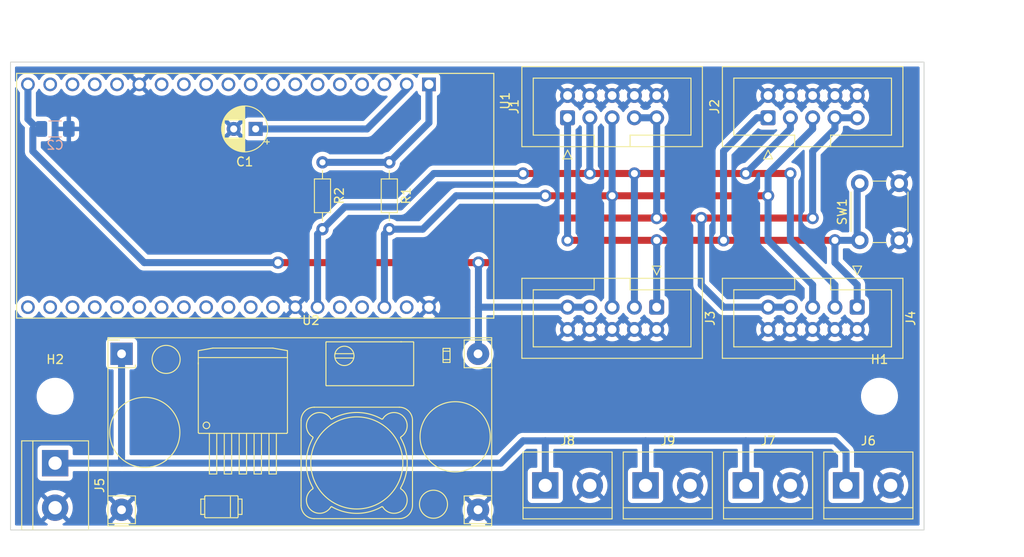
<source format=kicad_pcb>
(kicad_pcb (version 20211014) (generator pcbnew)
  (layers (0 "F.Cu" signal) (31 "B.Cu" signal) (34 "B.Paste" user) (35 "F.Paste" user) (36 "B.SilkS" user "B.Silkscreen") (37 "F.SilkS" user "F.Silkscreen") (38 "B.Mask" user) (39 "F.Mask" user) (44 "Edge.Cuts" user))
  (net 0 "")
  (net 1 "RESET")
  (net 2 "SDA")
  (net 3 "SCL")
  (net 4 "VOut")
  (net 5 "GND")
  (net 6 "Net-(J5-Pad1)")
  (net 7 "Net-(R1-Pad1)")
  (net 38 "Net-(C1-Pad1)")
  (footprint "TerminalBlock:TerminalBlock_bornier-2_P5.08mm" (layer "F.Cu") (at 158.75 88.9)
    (fp_text reference "J6" (at 2.54 -5.08) (layer "F.SilkS"))
    (fp_text value "24V Out")
    (pad "1" thru_hole rect locked (at 0 0) (size 3 3) (drill 1.52) (layers *.Cu *.Mask) (net 6 "Net-(J5-Pad1)"))
    (pad "2" thru_hole circle locked (at 5.08 0) (size 3 3) (drill 1.52) (layers *.Cu *.Mask) (net 5 "GND"))
  )
  (footprint "Connector_IDC:IDC-Header_2x05_P2.54mm_Vertical" (layer "F.Cu") (at 137.16 68.58 -90)
    (fp_text reference "J3" (at 1.27 -6.1 90) (layer "F.SilkS"))
    (fp_text value "I2C bus")
    (pad "1" thru_hole roundrect locked (at 0 0 270) (size 1.7 1.7) (drill 1) (layers *.Cu *.Mask) (roundrect_rratio 0.147059) (net 1 "RESET"))
    (pad "2" thru_hole circle locked (at 2.54 0 270) (size 1.7 1.7) (drill 1) (layers *.Cu *.Mask) (net 5 "GND"))
    (pad "3" thru_hole circle locked (at 0 2.54 270) (size 1.7 1.7) (drill 1) (layers *.Cu *.Mask) (net 2 "SDA"))
    (pad "4" thru_hole circle locked (at 2.54 2.54 270) (size 1.7 1.7) (drill 1) (layers *.Cu *.Mask) (net 5 "GND"))
    (pad "5" thru_hole circle locked (at 0 5.08 270) (size 1.7 1.7) (drill 1) (layers *.Cu *.Mask) (net 3 "SCL"))
    (pad "6" thru_hole circle locked (at 2.54 5.08 270) (size 1.7 1.7) (drill 1) (layers *.Cu *.Mask) (net 5 "GND"))
    (pad "7" thru_hole circle locked (at 0 7.62 270) (size 1.7 1.7) (drill 1) (layers *.Cu *.Mask) (net 4 "VOut"))
    (pad "8" thru_hole circle locked (at 2.54 7.62 270) (size 1.7 1.7) (drill 1) (layers *.Cu *.Mask) (net 5 "GND"))
    (pad "9" thru_hole circle locked (at 0 10.16 270) (size 1.7 1.7) (drill 1) (layers *.Cu *.Mask) (net 4 "VOut"))
    (pad "10" thru_hole circle locked (at 2.54 10.16 270) (size 1.7 1.7) (drill 1) (layers *.Cu *.Mask) (net 5 "GND"))
  )
  (footprint "Resistor_THT:R_Axial_DIN0204_L3.6mm_D1.6mm_P7.62mm_Horizontal" (layer "F.Cu") (at 99.06 52.07 -90)
    (fp_text reference "R2" (at 3.81 -1.92 90) (layer "F.SilkS"))
    (fp_text value "10k")
    (pad "1" thru_hole circle locked (at 0 0 270) (size 1.4 1.4) (drill 0.7) (layers *.Cu *.Mask) (net 7 "Net-(R1-Pad1)"))
    (pad "2" thru_hole oval locked (at 7.62 0 270) (size 1.4 1.4) (drill 0.7) (layers *.Cu *.Mask) (net 2 "SDA"))
  )
  (footprint "Connector_IDC:IDC-Header_2x05_P2.54mm_Vertical" (layer "F.Cu") (at 160.02 68.58 -90)
    (fp_text reference "J4" (at 1.27 -6.1 90) (layer "F.SilkS"))
    (fp_text value "I2C bus")
    (pad "1" thru_hole roundrect locked (at 0 0 270) (size 1.7 1.7) (drill 1) (layers *.Cu *.Mask) (roundrect_rratio 0.147059) (net 1 "RESET"))
    (pad "2" thru_hole circle locked (at 2.54 0 270) (size 1.7 1.7) (drill 1) (layers *.Cu *.Mask) (net 5 "GND"))
    (pad "3" thru_hole circle locked (at 0 2.54 270) (size 1.7 1.7) (drill 1) (layers *.Cu *.Mask) (net 2 "SDA"))
    (pad "4" thru_hole circle locked (at 2.54 2.54 270) (size 1.7 1.7) (drill 1) (layers *.Cu *.Mask) (net 5 "GND"))
    (pad "5" thru_hole circle locked (at 0 5.08 270) (size 1.7 1.7) (drill 1) (layers *.Cu *.Mask) (net 3 "SCL"))
    (pad "6" thru_hole circle locked (at 2.54 5.08 270) (size 1.7 1.7) (drill 1) (layers *.Cu *.Mask) (net 5 "GND"))
    (pad "7" thru_hole circle locked (at 0 7.62 270) (size 1.7 1.7) (drill 1) (layers *.Cu *.Mask) (net 4 "VOut"))
    (pad "8" thru_hole circle locked (at 2.54 7.62 270) (size 1.7 1.7) (drill 1) (layers *.Cu *.Mask) (net 5 "GND"))
    (pad "9" thru_hole circle locked (at 0 10.16 270) (size 1.7 1.7) (drill 1) (layers *.Cu *.Mask) (net 4 "VOut"))
    (pad "10" thru_hole circle locked (at 2.54 10.16 270) (size 1.7 1.7) (drill 1) (layers *.Cu *.Mask) (net 5 "GND"))
  )
  (footprint "Connector_IDC:IDC-Header_2x05_P2.54mm_Vertical" (layer "F.Cu") (at 127 46.99 90)
    (fp_text reference "J1" (at 1.27 -6.1 90) (layer "F.SilkS"))
    (fp_text value "I2C bus")
    (pad "1" thru_hole roundrect locked (at 0 0 90) (size 1.7 1.7) (drill 1) (layers *.Cu *.Mask) (roundrect_rratio 0.147059) (net 1 "RESET"))
    (pad "2" thru_hole circle locked (at 2.54 0 90) (size 1.7 1.7) (drill 1) (layers *.Cu *.Mask) (net 5 "GND"))
    (pad "3" thru_hole circle locked (at 0 2.54 90) (size 1.7 1.7) (drill 1) (layers *.Cu *.Mask) (net 2 "SDA"))
    (pad "4" thru_hole circle locked (at 2.54 2.54 90) (size 1.7 1.7) (drill 1) (layers *.Cu *.Mask) (net 5 "GND"))
    (pad "5" thru_hole circle locked (at 0 5.08 90) (size 1.7 1.7) (drill 1) (layers *.Cu *.Mask) (net 3 "SCL"))
    (pad "6" thru_hole circle locked (at 2.54 5.08 90) (size 1.7 1.7) (drill 1) (layers *.Cu *.Mask) (net 5 "GND"))
    (pad "7" thru_hole circle locked (at 0 7.62 90) (size 1.7 1.7) (drill 1) (layers *.Cu *.Mask) (net 4 "VOut"))
    (pad "8" thru_hole circle locked (at 2.54 7.62 90) (size 1.7 1.7) (drill 1) (layers *.Cu *.Mask) (net 5 "GND"))
    (pad "9" thru_hole circle locked (at 0 10.16 90) (size 1.7 1.7) (drill 1) (layers *.Cu *.Mask) (net 4 "VOut"))
    (pad "10" thru_hole circle locked (at 2.54 10.16 90) (size 1.7 1.7) (drill 1) (layers *.Cu *.Mask) (net 5 "GND"))
  )
  (footprint "Capacitor_THT:CP_Radial_D5.0mm_P2.50mm" (layer "F.Cu") (at 91.44 48.26 180)
    (fp_text reference "C1" (at 1.25 -3.75 180) (layer "F.SilkS"))
    (fp_text value "10uF")
    (pad "1" thru_hole rect locked (at 0 0 180) (size 1.6 1.6) (drill 0.8) (layers *.Cu *.Mask) (net 38 "Net-(C1-Pad1)"))
    (pad "2" thru_hole circle locked (at 2.5 0 180) (size 1.6 1.6) (drill 0.8) (layers *.Cu *.Mask) (net 5 "GND"))
  )
  (footprint "Connector_IDC:IDC-Header_2x05_P2.54mm_Vertical" (layer "F.Cu") (at 149.86 46.99 90)
    (fp_text reference "J2" (at 1.27 -6.1 90) (layer "F.SilkS"))
    (fp_text value "I2C bus")
    (pad "1" thru_hole roundrect locked (at 0 0 90) (size 1.7 1.7) (drill 1) (layers *.Cu *.Mask) (roundrect_rratio 0.147059) (net 1 "RESET"))
    (pad "2" thru_hole circle locked (at 2.54 0 90) (size 1.7 1.7) (drill 1) (layers *.Cu *.Mask) (net 5 "GND"))
    (pad "3" thru_hole circle locked (at 0 2.54 90) (size 1.7 1.7) (drill 1) (layers *.Cu *.Mask) (net 2 "SDA"))
    (pad "4" thru_hole circle locked (at 2.54 2.54 90) (size 1.7 1.7) (drill 1) (layers *.Cu *.Mask) (net 5 "GND"))
    (pad "5" thru_hole circle locked (at 0 5.08 90) (size 1.7 1.7) (drill 1) (layers *.Cu *.Mask) (net 3 "SCL"))
    (pad "6" thru_hole circle locked (at 2.54 5.08 90) (size 1.7 1.7) (drill 1) (layers *.Cu *.Mask) (net 5 "GND"))
    (pad "7" thru_hole circle locked (at 0 7.62 90) (size 1.7 1.7) (drill 1) (layers *.Cu *.Mask) (net 4 "VOut"))
    (pad "8" thru_hole circle locked (at 2.54 7.62 90) (size 1.7 1.7) (drill 1) (layers *.Cu *.Mask) (net 5 "GND"))
    (pad "9" thru_hole circle locked (at 0 10.16 90) (size 1.7 1.7) (drill 1) (layers *.Cu *.Mask) (net 4 "VOut"))
    (pad "10" thru_hole circle locked (at 2.54 10.16 90) (size 1.7 1.7) (drill 1) (layers *.Cu *.Mask) (net 5 "GND"))
  )
  (footprint "TerminalBlock:TerminalBlock_bornier-2_P5.08mm" (layer "F.Cu") (at 68.58 86.36 -90)
    (fp_text reference "J5" (at 2.54 -5.08 90) (layer "F.SilkS"))
    (fp_text value "24V In")
    (pad "1" thru_hole rect locked (at 0 0 270) (size 3 3) (drill 1.52) (layers *.Cu *.Mask) (net 6 "Net-(J5-Pad1)"))
    (pad "2" thru_hole circle locked (at 5.08 0 270) (size 3 3) (drill 1.52) (layers *.Cu *.Mask) (net 5 "GND"))
  )
  (footprint "TerminalBlock:TerminalBlock_bornier-2_P5.08mm" (layer "F.Cu") (at 135.89 88.9)
    (fp_text reference "J9" (at 2.54 -5.08) (layer "F.SilkS"))
    (fp_text value "24V Out")
    (pad "1" thru_hole rect locked (at 0 0) (size 3 3) (drill 1.52) (layers *.Cu *.Mask) (net 6 "Net-(J5-Pad1)"))
    (pad "2" thru_hole circle locked (at 5.08 0) (size 3 3) (drill 1.52) (layers *.Cu *.Mask) (net 5 "GND"))
  )
  (footprint "TerminalBlock:TerminalBlock_bornier-2_P5.08mm" (layer "F.Cu") (at 124.46 88.9)
    (fp_text reference "J8" (at 2.54 -5.08) (layer "F.SilkS"))
    (fp_text value "24V Out")
    (pad "1" thru_hole rect locked (at 0 0) (size 3 3) (drill 1.52) (layers *.Cu *.Mask) (net 6 "Net-(J5-Pad1)"))
    (pad "2" thru_hole circle locked (at 5.08 0) (size 3 3) (drill 1.52) (layers *.Cu *.Mask) (net 5 "GND"))
  )
  (footprint "ESP32-DEVKITC-32D:MODULE_ESP32-DEVKITC-32D" (layer "F.Cu") (at 91.44 55.88 -90)
    (fp_text reference "U1" (at -10.829175 -28.446045 90) (layer "F.SilkS") (effects (font (size 1.000386 1.000386))))
    (fp_text value "ESP32-DEVKITC-32D")
    (pad "1" thru_hole rect (at -12.7 -19.76 270) (size 1.56 1.56) (drill 1.04) (layers *.Cu *.Mask) (net 7 "Net-(R1-Pad1)"))
    (pad "2" thru_hole circle (at -12.7 -17.22 270) (size 1.56 1.56) (drill 1.04) (layers *.Cu *.Mask) (net 38 "Net-(C1-Pad1)"))
    (pad "3" thru_hole circle (at -12.7 -14.68 270) (size 1.56 1.56) (drill 1.04) (layers *.Cu *.Mask))
    (pad "4" thru_hole circle (at -12.7 -12.14 270) (size 1.56 1.56) (drill 1.04) (layers *.Cu *.Mask))
    (pad "5" thru_hole circle (at -12.7 -9.6 270) (size 1.56 1.56) (drill 1.04) (layers *.Cu *.Mask))
    (pad "6" thru_hole circle (at -12.7 -7.06 270) (size 1.56 1.56) (drill 1.04) (layers *.Cu *.Mask))
    (pad "7" thru_hole circle (at -12.7 -4.52 270) (size 1.56 1.56) (drill 1.04) (layers *.Cu *.Mask))
    (pad "8" thru_hole circle (at -12.7 -1.98 270) (size 1.56 1.56) (drill 1.04) (layers *.Cu *.Mask))
    (pad "9" thru_hole circle (at -12.7 0.56 270) (size 1.56 1.56) (drill 1.04) (layers *.Cu *.Mask))
    (pad "10" thru_hole circle (at -12.7 3.1 270) (size 1.56 1.56) (drill 1.04) (layers *.Cu *.Mask))
    (pad "11" thru_hole circle (at -12.7 5.64 270) (size 1.56 1.56) (drill 1.04) (layers *.Cu *.Mask))
    (pad "12" thru_hole circle (at -12.7 8.18 270) (size 1.56 1.56) (drill 1.04) (layers *.Cu *.Mask))
    (pad "13" thru_hole circle (at -12.7 10.72 270) (size 1.56 1.56) (drill 1.04) (layers *.Cu *.Mask))
    (pad "14" thru_hole circle (at -12.7 13.26 270) (size 1.56 1.56) (drill 1.04) (layers *.Cu *.Mask) (net 5 "GND"))
    (pad "15" thru_hole circle (at -12.7 15.8 270) (size 1.56 1.56) (drill 1.04) (layers *.Cu *.Mask))
    (pad "16" thru_hole circle (at -12.7 18.34 270) (size 1.56 1.56) (drill 1.04) (layers *.Cu *.Mask))
    (pad "17" thru_hole circle (at -12.7 20.88 270) (size 1.56 1.56) (drill 1.04) (layers *.Cu *.Mask))
    (pad "18" thru_hole circle (at -12.7 23.42 270) (size 1.56 1.56) (drill 1.04) (layers *.Cu *.Mask))
    (pad "19" thru_hole circle (at -12.7 25.96 270) (size 1.56 1.56) (drill 1.04) (layers *.Cu *.Mask) (net 4 "VOut"))
    (pad "20" thru_hole circle (at 12.7 -19.76 270) (size 1.56 1.56) (drill 1.04) (layers *.Cu *.Mask) (net 5 "GND"))
    (pad "21" thru_hole circle (at 12.7 -17.22 270) (size 1.56 1.56) (drill 1.04) (layers *.Cu *.Mask))
    (pad "22" thru_hole circle (at 12.7 -14.68 270) (size 1.56 1.56) (drill 1.04) (layers *.Cu *.Mask) (net 3 "SCL"))
    (pad "23" thru_hole circle (at 12.7 -12.14 270) (size 1.56 1.56) (drill 1.04) (layers *.Cu *.Mask))
    (pad "24" thru_hole circle (at 12.7 -9.6 270) (size 1.56 1.56) (drill 1.04) (layers *.Cu *.Mask))
    (pad "25" thru_hole circle (at 12.7 -7.06 270) (size 1.56 1.56) (drill 1.04) (layers *.Cu *.Mask) (net 2 "SDA"))
    (pad "26" thru_hole circle (at 12.7 -4.52 270) (size 1.56 1.56) (drill 1.04) (layers *.Cu *.Mask) (net 5 "GND"))
    (pad "27" thru_hole circle (at 12.7 -1.98 270) (size 1.56 1.56) (drill 1.04) (layers *.Cu *.Mask))
    (pad "28" thru_hole circle (at 12.7 0.56 270) (size 1.56 1.56) (drill 1.04) (layers *.Cu *.Mask))
    (pad "29" thru_hole circle (at 12.7 3.1 270) (size 1.56 1.56) (drill 1.04) (layers *.Cu *.Mask))
    (pad "30" thru_hole circle (at 12.7 5.64 270) (size 1.56 1.56) (drill 1.04) (layers *.Cu *.Mask))
    (pad "31" thru_hole circle (at 12.7 8.18 270) (size 1.56 1.56) (drill 1.04) (layers *.Cu *.Mask))
    (pad "32" thru_hole circle (at 12.7 10.72 270) (size 1.56 1.56) (drill 1.04) (layers *.Cu *.Mask))
    (pad "33" thru_hole circle (at 12.7 13.26 270) (size 1.56 1.56) (drill 1.04) (layers *.Cu *.Mask))
    (pad "34" thru_hole circle (at 12.7 15.8 270) (size 1.56 1.56) (drill 1.04) (layers *.Cu *.Mask))
    (pad "35" thru_hole circle (at 12.7 18.34 270) (size 1.56 1.56) (drill 1.04) (layers *.Cu *.Mask))
    (pad "36" thru_hole circle (at 12.7 20.88 270) (size 1.56 1.56) (drill 1.04) (layers *.Cu *.Mask))
    (pad "37" thru_hole circle (at 12.7 23.42 270) (size 1.56 1.56) (drill 1.04) (layers *.Cu *.Mask))
    (pad "38" thru_hole circle (at 12.7 25.96 270) (size 1.56 1.56) (drill 1.04) (layers *.Cu *.Mask))
  )
  (footprint "Resistor_THT:R_Axial_DIN0204_L3.6mm_D1.6mm_P7.62mm_Horizontal" (layer "F.Cu") (at 106.68 52.07 -90)
    (fp_text reference "R1" (at 3.81 -1.92 90) (layer "F.SilkS"))
    (fp_text value "10k")
    (pad "1" thru_hole circle locked (at 0 0 270) (size 1.4 1.4) (drill 0.7) (layers *.Cu *.Mask) (net 7 "Net-(R1-Pad1)"))
    (pad "2" thru_hole oval locked (at 7.62 0 270) (size 1.4 1.4) (drill 0.7) (layers *.Cu *.Mask) (net 3 "SCL"))
  )
  (footprint "DC-DC-StepDown:DCDC_StepDown_LM2596" (layer "F.Cu") (at 76.155011 73.899872)
    (fp_text reference "U2" (at 21.59 -3.81) (layer "F.SilkS"))
    (fp_text value "DC-DC StepDown 5V")
    (pad "1" thru_hole rect (at 0 0) (size 2.54 2.54) (drill 1) (layers *.Cu *.Mask) (net 6 "Net-(J5-Pad1)"))
    (pad "2" thru_hole circle (at 0 17.78) (size 2.54 2.54) (drill 1) (layers *.Cu *.Mask) (net 5 "GND"))
    (pad "3" thru_hole circle (at 40.64 17.78) (size 2.54 2.54) (drill 1) (layers *.Cu *.Mask) (net 5 "GND"))
    (pad "4" thru_hole circle (at 40.64 0) (size 2.54 2.54) (drill 1) (layers *.Cu *.Mask) (net 4 "VOut"))
  )
  (footprint "Button_Switch_THT:SW_PUSH_6mm_H5mm" (layer "F.Cu") (at 160.31 60.96 90)
    (fp_text reference "SW1" (at 3.25 -2 90) (layer "F.SilkS"))
    (fp_text value "SW_Push_Dual")
    (pad "1" thru_hole circle locked (at 0 0 180) (size 2 2) (drill 1.1) (layers *.Cu *.Mask) (net 1 "RESET"))
    (pad "1" thru_hole circle locked (at 6.5 0 180) (size 2 2) (drill 1.1) (layers *.Cu *.Mask) (net 1 "RESET"))
    (pad "2" thru_hole circle locked (at 6.5 4.5 180) (size 2 2) (drill 1.1) (layers *.Cu *.Mask) (net 5 "GND"))
    (pad "2" thru_hole circle locked (at 0 4.5 180) (size 2 2) (drill 1.1) (layers *.Cu *.Mask) (net 5 "GND"))
  )
  (footprint "MountingHole:MountingHole_3.2mm_M3" (layer "F.Cu") (at 162.56 78.74)
    (fp_text reference "H1" (at 0 -4.2) (layer "F.SilkS"))
    (fp_text value "MountingHole")
    (pad "" np_thru_hole circle locked (at 0 0) (size 3.2 3.2) (drill 3.2) (layers *.Cu *.Mask))
  )
  (footprint "MountingHole:MountingHole_3.2mm_M3" (layer "F.Cu") (at 68.58 78.74)
    (fp_text reference "H2" (at 0 -4.2) (layer "F.SilkS"))
    (fp_text value "MountingHole")
    (pad "" np_thru_hole circle locked (at 0 0) (size 3.2 3.2) (drill 3.2) (layers *.Cu *.Mask))
  )
  (footprint "TerminalBlock:TerminalBlock_bornier-2_P5.08mm" (layer "F.Cu") (at 147.32 88.9)
    (fp_text reference "J7" (at 2.54 -5.08) (layer "F.SilkS"))
    (fp_text value "24V Out")
    (pad "1" thru_hole rect locked (at 0 0) (size 3 3) (drill 1.52) (layers *.Cu *.Mask) (net 6 "Net-(J5-Pad1)"))
    (pad "2" thru_hole circle locked (at 5.08 0) (size 3 3) (drill 1.52) (layers *.Cu *.Mask) (net 5 "GND"))
  )
  (footprint "Capacitor_SMD:C_1206_3216Metric_Pad1.33x1.80mm_HandSolder" (layer "B.Cu") (at 68.58 48.26)
    (fp_text reference "C2" (at 0 1.85) (layer "B.SilkS") (effects (justify mirror)))
    (fp_text value "100n")
    (pad "1" smd roundrect locked (at -1.5625 0) (size 1.325 1.8) (layers "B.Cu" "B.Paste" "B.Mask") (roundrect_rratio 0.188679) (net 4 "VOut"))
    (pad "2" smd roundrect locked (at 1.5625 0) (size 1.325 1.8) (layers "B.Cu" "B.Paste" "B.Mask") (roundrect_rratio 0.188679) (net 5 "GND"))
  )
  (gr_rect (start 167.64 40.64) (end 63.5 93.98) (layer "Edge.Cuts") (width 0.1) (fill none))
  (segment (start 137.16 60.96) (end 127 60.96) (width 0.8) (layer "F.Cu") (net 1))
  (segment (start 144.78 60.96) (end 137.16 60.96) (width 0.8) (layer "F.Cu") (net 1))
  (segment (start 157.48 60.96) (end 144.78 60.96) (width 0.8) (layer "F.Cu") (net 1))
  (via (at 137.16 60.96) (size 1.4) (drill 0.8) (layers "F.Cu" "B.Cu") (net 1))
  (via (at 127 60.96) (size 1.4) (drill 0.8) (layers "F.Cu" "B.Cu") (net 1))
  (via (at 144.78 60.96) (size 1.4) (drill 0.8) (layers "F.Cu" "B.Cu") (net 1))
  (via (at 157.48 60.96) (size 1.4) (drill 0.8) (layers "F.Cu" "B.Cu") (net 1))
  (segment (start 148.59 46.99) (end 149.86 46.99) (width 0.8) (layer "B.Cu") (net 1))
  (segment (start 144.78 50.8) (end 148.59 46.99) (width 0.8) (layer "B.Cu") (net 1))
  (segment (start 160.02 66.04) (end 160.02 68.58) (width 0.8) (layer "B.Cu") (net 1))
  (segment (start 157.48 60.96) (end 160.31 60.96) (width 0.8) (layer "B.Cu") (net 1))
  (segment (start 157.48 60.96) (end 157.48 63.5) (width 0.8) (layer "B.Cu") (net 1))
  (segment (start 137.16 60.96) (end 137.16 68.58) (width 0.8) (layer "B.Cu") (net 1))
  (segment (start 160.02 60.67) (end 160.02 54.75) (width 0.8) (layer "B.Cu") (net 1))
  (segment (start 160.02 54.75) (end 160.31 54.46) (width 0.8) (layer "B.Cu") (net 1))
  (segment (start 157.48 63.5) (end 160.02 66.04) (width 0.8) (layer "B.Cu") (net 1))
  (segment (start 127 60.96) (end 127 46.99) (width 0.8) (layer "B.Cu") (net 1))
  (segment (start 144.78 60.96) (end 144.78 50.8) (width 0.8) (layer "B.Cu") (net 1))
  (segment (start 160.31 60.96) (end 160.02 60.67) (width 0.8) (layer "B.Cu") (net 1))
  (segment (start 121.92 53.34) (end 147.32 53.34) (width 0.8) (layer "F.Cu") (net 2))
  (segment (start 147.32 53.34) (end 152.4 53.34) (width 0.8) (layer "F.Cu") (net 2))
  (via (at 134.62 53.34) (size 1.4) (drill 0.8) (layers "F.Cu" "B.Cu") (net 2))
  (via (at 121.92 53.34) (size 1.4) (drill 0.8) (layers "F.Cu" "B.Cu") (net 2))
  (via (at 152.4 53.34) (size 1.4) (drill 0.8) (layers "F.Cu" "B.Cu") (net 2))
  (via (at 147.32 53.34) (size 1.4) (drill 0.8) (layers "F.Cu" "B.Cu") (net 2))
  (via (at 129.54 53.34) (size 1.4) (drill 0.8) (layers "F.Cu" "B.Cu") (net 2))
  (segment (start 98.5 68.58) (end 98.5 60.25) (width 0.8) (layer "B.Cu") (net 2))
  (segment (start 107.95 57.15) (end 101.6 57.15) (width 0.8) (layer "B.Cu") (net 2))
  (segment (start 152.4 48.26) (end 152.4 46.99) (width 0.8) (layer "B.Cu") (net 2))
  (segment (start 147.32 53.34) (end 152.4 48.26) (width 0.8) (layer "B.Cu") (net 2))
  (segment (start 101.6 57.15) (end 99.06 59.69) (width 0.8) (layer "B.Cu") (net 2))
  (segment (start 152.4 53.34) (end 152.4 60.96) (width 0.8) (layer "B.Cu") (net 2))
  (segment (start 152.4 60.96) (end 157.48 66.04) (width 0.8) (layer "B.Cu") (net 2))
  (segment (start 111.76 53.34) (end 107.95 57.15) (width 0.8) (layer "B.Cu") (net 2))
  (segment (start 134.62 68.58) (end 134.62 53.34) (width 0.8) (layer "B.Cu") (net 2))
  (segment (start 157.48 66.04) (end 157.48 68.58) (width 0.8) (layer "B.Cu") (net 2))
  (segment (start 121.92 53.34) (end 111.76 53.34) (width 0.8) (layer "B.Cu") (net 2))
  (segment (start 129.54 46.99) (end 129.54 53.34) (width 0.8) (layer "B.Cu") (net 2))
  (segment (start 98.5 60.25) (end 99.06 59.69) (width 0.8) (layer "B.Cu") (net 2))
  (segment (start 124.46 55.88) (end 149.86 55.88) (width 0.8) (layer "F.Cu") (net 3))
  (via (at 149.86 55.88) (size 1.4) (drill 0.8) (layers "F.Cu" "B.Cu") (net 3))
  (via (at 124.46 55.88) (size 1.4) (drill 0.8) (layers "F.Cu" "B.Cu") (net 3))
  (via (at 132.08 55.88) (size 1.4) (drill 0.8) (layers "F.Cu" "B.Cu") (net 3))
  (segment (start 106.12 68.58) (end 106.12 60.25) (width 0.8) (layer "B.Cu") (net 3))
  (segment (start 132.08 46.99) (end 132.08 55.88) (width 0.8) (layer "B.Cu") (net 3))
  (segment (start 154.94 48.26) (end 149.86 53.34) (width 0.8) (layer "B.Cu") (net 3))
  (segment (start 110.49 59.69) (end 106.68 59.69) (width 0.8) (layer "B.Cu") (net 3))
  (segment (start 154.94 66.04) (end 154.94 68.58) (width 0.8) (layer "B.Cu") (net 3))
  (segment (start 132.08 68.58) (end 132.08 55.88) (width 0.8) (layer "B.Cu") (net 3))
  (segment (start 114.3 55.88) (end 110.49 59.69) (width 0.8) (layer "B.Cu") (net 3))
  (segment (start 154.94 46.99) (end 154.94 48.26) (width 0.8) (layer "B.Cu") (net 3))
  (segment (start 149.86 55.88) (end 149.86 60.96) (width 0.8) (layer "B.Cu") (net 3))
  (segment (start 106.12 60.25) (end 106.68 59.69) (width 0.8) (layer "B.Cu") (net 3))
  (segment (start 149.86 53.34) (end 149.86 55.88) (width 0.8) (layer "B.Cu") (net 3))
  (segment (start 149.86 60.96) (end 154.94 66.04) (width 0.8) (layer "B.Cu") (net 3))
  (segment (start 124.46 55.88) (end 114.3 55.88) (width 0.8) (layer "B.Cu") (net 3))
  (segment (start 120.65 63.5) (end 116.84 63.5) (width 0.8) (layer "F.Cu") (net 4))
  (segment (start 137.16 58.42) (end 125.73 58.42) (width 0.8) (layer "F.Cu") (net 4))
  (segment (start 125.73 58.42) (end 120.65 63.5) (width 0.8) (layer "F.Cu") (net 4))
  (segment (start 137.16 58.42) (end 154.94 58.42) (width 0.8) (layer "F.Cu") (net 4))
  (segment (start 116.84 63.5) (end 93.98 63.5) (width 0.8) (layer "F.Cu") (net 4))
  (via (at 137.16 58.42) (size 1.4) (drill 0.8) (layers "F.Cu" "B.Cu") (net 4))
  (via (at 142.24 58.42) (size 1.4) (drill 0.8) (layers "F.Cu" "B.Cu") (net 4))
  (via (at 93.98 63.5) (size 1.4) (drill 0.8) (layers "F.Cu" "B.Cu") (net 4))
  (via (at 116.84 63.5) (size 1.4) (drill 0.8) (layers "F.Cu" "B.Cu") (net 4))
  (via (at 154.94 58.42) (size 1.4) (drill 0.8) (layers "F.Cu" "B.Cu") (net 4))
  (segment (start 78.74 63.5) (end 93.98 63.5) (width 0.8) (layer "B.Cu") (net 4))
  (segment (start 65.48 47.14) (end 65.48 43.18) (width 0.8) (layer "B.Cu") (net 4))
  (segment (start 116.84 73.854883) (end 116.84 63.5) (width 0.8) (layer "B.Cu") (net 4))
  (segment (start 154.94 50.8) (end 154.94 58.42) (width 0.8) (layer "B.Cu") (net 4))
  (segment (start 157.48 48.26) (end 154.94 50.8) (width 0.8) (layer "B.Cu") (net 4))
  (segment (start 144.78 68.58) (end 149.86 68.58) (width 0.8) (layer "B.Cu") (net 4))
  (segment (start 157.48 46.99) (end 160.02 46.99) (width 0.8) (layer "B.Cu") (net 4))
  (segment (start 142.24 58.42) (end 142.24 66.04) (width 0.8) (layer "B.Cu") (net 4))
  (segment (start 137.16 46.99) (end 137.16 58.42) (width 0.8) (layer "B.Cu") (net 4))
  (segment (start 157.48 46.99) (end 157.48 48.26) (width 0.8) (layer "B.Cu") (net 4))
  (segment (start 66.04 50.8) (end 78.74 63.5) (width 0.8) (layer "B.Cu") (net 4))
  (segment (start 116.795011 73.899872) (end 116.84 73.854883) (width 0.8) (layer "B.Cu") (net 4))
  (segment (start 66.04 47.7) (end 65.48 47.14) (width 0.8) (layer "B.Cu") (net 4))
  (segment (start 134.62 46.99) (end 137.16 46.99) (width 0.8) (layer "B.Cu") (net 4))
  (segment (start 66.04 48.26) (end 66.04 50.8) (width 0.8) (layer "B.Cu") (net 4))
  (segment (start 149.86 68.58) (end 152.4 68.58) (width 0.8) (layer "B.Cu") (net 4))
  (segment (start 142.24 66.04) (end 144.78 68.58) (width 0.8) (layer "B.Cu") (net 4))
  (segment (start 116.84 68.58) (end 127 68.58) (width 0.8) (layer "B.Cu") (net 4))
  (segment (start 127 68.58) (end 129.54 68.58) (width 0.8) (layer "B.Cu") (net 4))
  (segment (start 76.155011 86.315011) (end 76.2 86.36) (width 0.8) (layer "B.Cu") (net 6))
  (segment (start 68.58 86.36) (end 119.38 86.36) (width 0.8) (layer "B.Cu") (net 6))
  (segment (start 121.92 83.82) (end 124.46 83.82) (width 0.8) (layer "B.Cu") (net 6))
  (segment (start 120.65 85.09) (end 121.92 83.82) (width 0.8) (layer "B.Cu") (net 6))
  (segment (start 119.38 86.36) (end 121.92 83.82) (width 0.8) (layer "B.Cu") (net 6))
  (segment (start 135.89 83.82) (end 147.32 83.82) (width 0.8) (layer "B.Cu") (net 6))
  (segment (start 76.155011 73.899872) (end 76.155011 86.315011) (width 0.8) (layer "B.Cu") (net 6))
  (segment (start 135.89 88.9) (end 135.89 83.82) (width 0.8) (layer "B.Cu") (net 6))
  (segment (start 147.32 83.82) (end 157.48 83.82) (width 0.8) (layer "B.Cu") (net 6))
  (segment (start 124.46 83.82) (end 135.89 83.82) (width 0.8) (layer "B.Cu") (net 6))
  (segment (start 157.48 83.82) (end 158.75 85.09) (width 0.8) (layer "B.Cu") (net 6))
  (segment (start 158.75 85.09) (end 158.75 88.9) (width 0.8) (layer "B.Cu") (net 6))
  (segment (start 147.32 88.9) (end 147.32 83.82) (width 0.8) (layer "B.Cu") (net 6))
  (segment (start 124.46 88.9) (end 124.46 83.82) (width 0.8) (layer "B.Cu") (net 6))
  (segment (start 111.2 47.55) (end 111.2 43.18) (width 0.8) (layer "B.Cu") (net 7))
  (segment (start 99.06 52.07) (end 106.68 52.07) (width 0.8) (layer "B.Cu") (net 7))
  (segment (start 106.68 52.07) (end 111.2 47.55) (width 0.8) (layer "B.Cu") (net 7))
  (segment (start 108.66 43.18) (end 108.66 43.74) (width 0.6) (layer "B.Cu") (net 38))
  (segment (start 104.14 48.26) (end 103.58 48.26) (width 0.8) (layer "B.Cu") (net 38))
  (segment (start 103.58 48.26) (end 91.44 48.26) (width 0.8) (layer "B.Cu") (net 38))
  (segment (start 108.66 43.74) (end 104.14 48.26) (width 0.8) (layer "B.Cu") (net 38))
  (zone (net 5) (net_name "GND") (layer "B.Cu") (connect_pads (clearance 0.508)) (min_thickness 0.254) (fill yes (thermal_gap 0.508) (thermal_bridge_width 0.508))
    (polygon (pts (xy 167.64 93.98) (xy 63.5 93.98) (xy 63.5 40.64) (xy 167.64 40.64)))
  )
)
</source>
